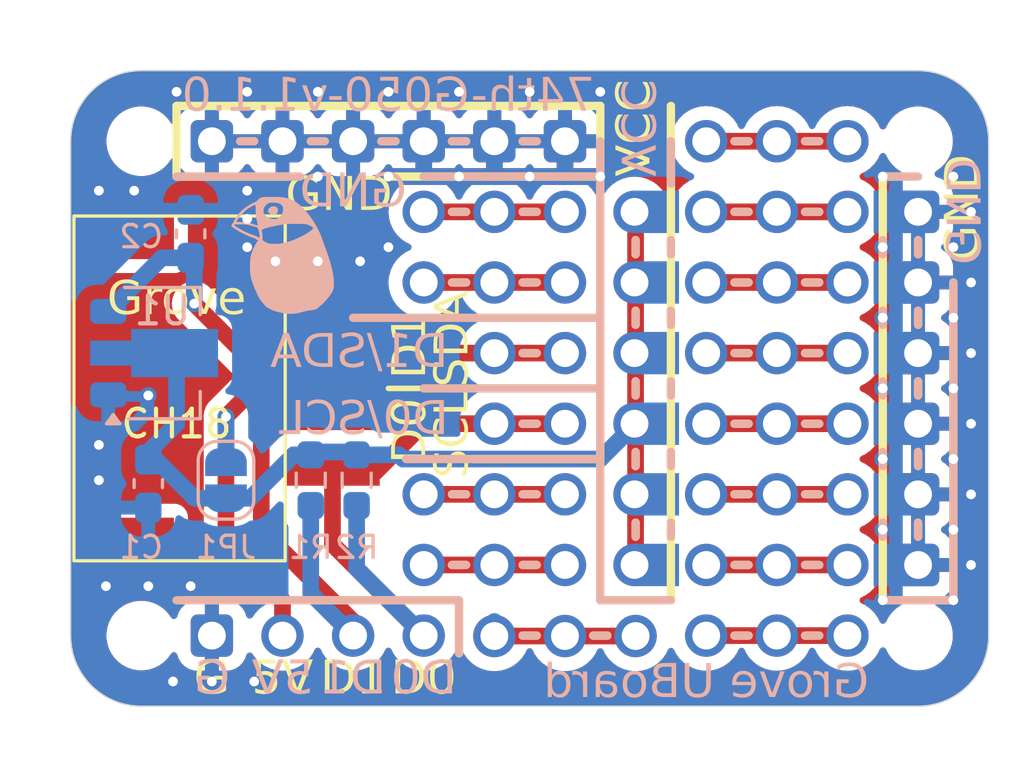
<source format=kicad_pcb>
(kicad_pcb (version 20240108) (generator "pcbnew") (generator_version "8.0")
  (title_block (title "Grove Universal Board") (rev "v1.1.0") (company "Atsushi Morimoto (@74th)"))
  (layers (0 "F.Cu" signal) (31 "B.Cu" signal) (34 "B.Paste" user) (35 "F.Paste" user) (36 "B.SilkS" user "B.Silkscreen") (37 "F.SilkS" user "F.Silkscreen") (38 "B.Mask" user) (39 "F.Mask" user) (44 "Edge.Cuts" user))
  (net 0 "")
  (net 1 "VCC")
  (net 2 "/D0{slash}SCL")
  (net 3 "/D1{slash}SDA")
  (net 4 "GND")
  (net 5 "Net-(CH8-Pad1)")
  (net 6 "Net-(CH10-Pad1)")
  (net 7 "Net-(CH11-Pad1)")
  (net 8 "unconnected-(CH9-Pad1)")
  (net 9 "Net-(CH13-Pad1)")
  (net 10 "Net-(CH14-Pad1)")
  (net 11 "Net-(CH16-Pad1)")
  (net 12 "Net-(CH17-Pad1)")
  (net 13 "Net-(CH18-Pad1)")
  (net 14 "Net-(CH19-Pad1)")
  (net 15 "+5V")
  (net 16 "Net-(CH20-Pad1)")
  (net 17 "Net-(CH21-Pad1)")
  (net 18 "unconnected-(CH15-Pad1)")
  (footprint "74th:PinOut_Pin_3" (layer "F.Cu") (at 101.6 76.2)
    (property "Reference" "CH13" (hide yes))
    (property "Value" "Pin_1" (hide yes))
    (pad "1" thru_hole circle (at 0 0) (size 1.524 1.524) (drill 1) (layers "*.Cu" "*.Mask") (net 7 "Net-(CH11-Pad1)"))
    (pad "2" thru_hole circle (at 2.54 0) (size 1.524 1.524) (drill 1) (layers "*.Cu" "*.Mask") (net 7 "Net-(CH11-Pad1)"))
    (pad "3" thru_hole circle (at 5.08 0) (size 1.524 1.524) (drill 1) (layers "*.Cu" "*.Mask") (net 7 "Net-(CH11-Pad1)"))
  )
  (footprint "74th:PinOut_Pin_3_Square" (layer "F.Cu") (at 101.6 60.96)
    (property "Reference" "CH17" (hide yes))
    (property "Value" "Pin_1" (hide yes))
    (pad "1" thru_hole roundrect (at 0 0) (size 1.524 1.524) (drill 1) (layers "*.Cu" "*.Mask") (roundrect_rratio 0.1640419948) (net 4 "GND"))
    (pad "2" thru_hole roundrect (at 2.54 0) (size 1.524 1.524) (drill 1) (layers "*.Cu" "*.Mask") (roundrect_rratio 0.1640419948) (net 4 "GND"))
    (pad "3" thru_hole roundrect (at 5.08 0) (size 1.524 1.524) (drill 1) (layers "*.Cu" "*.Mask") (roundrect_rratio 0.1640419948) (net 4 "GND"))
  )
  (footprint "74th:PinOut_Pin_3" (layer "F.Cu") (at 101.6 73.66)
    (property "Reference" "CH14" (hide yes))
    (property "Value" "Pin_1" (hide yes))
    (pad "1" thru_hole circle (at 0 0) (size 1.524 1.524) (drill 1) (layers "*.Cu" "*.Mask") (net 6 "Net-(CH10-Pad1)"))
    (pad "2" thru_hole circle (at 2.54 0) (size 1.524 1.524) (drill 1) (layers "*.Cu" "*.Mask") (net 6 "Net-(CH10-Pad1)"))
    (pad "3" thru_hole circle (at 5.08 0) (size 1.524 1.524) (drill 1) (layers "*.Cu" "*.Mask") (net 6 "Net-(CH10-Pad1)"))
  )
  (footprint "74th:PinOut_Pin_3" (layer "F.Cu") (at 111.76 66.04)
    (property "Reference" "CH6" (hide yes))
    (property "Value" "Pin_1" (hide yes))
    (pad "1" thru_hole circle (at 0 0) (size 1.524 1.524) (drill 1) (layers "*.Cu" "*.Mask") (net 18 "unconnected-(CH15-Pad1)"))
    (pad "2" thru_hole circle (at 2.54 0) (size 1.524 1.524) (drill 1) (layers "*.Cu" "*.Mask") (net 18 "unconnected-(CH15-Pad1)"))
    (pad "3" thru_hole circle (at 5.08 0) (size 1.524 1.524) (drill 1) (layers "*.Cu" "*.Mask") (net 18 "unconnected-(CH15-Pad1)"))
  )
  (footprint "74th:PinOut_Pin_3" (layer "F.Cu") (at 111.76 73.66)
    (property "Reference" "CH3" (hide yes))
    (property "Value" "Pin_1" (hide yes))
    (pad "1" thru_hole circle (at 0 0) (size 1.524 1.524) (drill 1) (layers "*.Cu" "*.Mask") (net 13 "Net-(CH18-Pad1)"))
    (pad "2" thru_hole circle (at 2.54 0) (size 1.524 1.524) (drill 1) (layers "*.Cu" "*.Mask") (net 13 "Net-(CH18-Pad1)"))
    (pad "3" thru_hole circle (at 5.08 0) (size 1.524 1.524) (drill 1) (layers "*.Cu" "*.Mask") (net 13 "Net-(CH18-Pad1)"))
  )
  (footprint "74th:Hole_M2_2.0" (layer "F.Cu") (at 119.38 78.74)
    (property "Reference" "M1" (hide yes))
    (property "Value" "Hole_M2_2.0" (hide yes))
    (pad "" np_thru_hole circle (at 0 0) (size 2 2) (drill 2) (layers "F&B.Cu" "*.Mask"))
  )
  (footprint "74th:PinOut_Pin_3" (layer "F.Cu") (at 111.76 68.58)
    (property "Reference" "CH5" (hide yes))
    (property "Value" "Pin_1" (hide yes))
    (pad "1" thru_hole circle (at 0 0) (size 1.524 1.524) (drill 1) (layers "*.Cu" "*.Mask") (net 11 "Net-(CH16-Pad1)"))
    (pad "2" thru_hole circle (at 2.54 0) (size 1.524 1.524) (drill 1) (layers "*.Cu" "*.Mask") (net 11 "Net-(CH16-Pad1)"))
    (pad "3" thru_hole circle (at 5.08 0) (size 1.524 1.524) (drill 1) (layers "*.Cu" "*.Mask") (net 11 "Net-(CH16-Pad1)"))
  )
  (footprint "74th:Hole_M2_2.0" (layer "F.Cu") (at 91.44 78.74)
    (property "Reference" "M3" (hide yes))
    (property "Value" "Hole_M2_2.0" (hide yes))
    (pad "" np_thru_hole circle (at 0 0) (size 2 2) (drill 2) (layers "F&B.Cu" "*.Mask"))
  )
  (footprint "74th:Hole_M2_2.0" (layer "F.Cu") (at 119.38 60.96)
    (property "Reference" "M2" (hide yes))
    (property "Value" "Hole_M2_2.0" (hide yes))
    (pad "" np_thru_hole circle (at 0 0) (size 2 2) (drill 2) (layers "F&B.Cu" "*.Mask"))
  )
  (footprint "74th:PinOut_Pin_3" (layer "F.Cu") (at 111.76 76.2)
    (property "Reference" "CH2" (hide yes))
    (property "Value" "Pin_1" (hide yes))
    (pad "1" thru_hole circle (at 0 0) (size 1.524 1.524) (drill 1) (layers "*.Cu" "*.Mask") (net 14 "Net-(CH19-Pad1)"))
    (pad "2" thru_hole circle (at 2.54 0) (size 1.524 1.524) (drill 1) (layers "*.Cu" "*.Mask") (net 14 "Net-(CH19-Pad1)"))
    (pad "3" thru_hole circle (at 5.08 0) (size 1.524 1.524) (drill 1) (layers "*.Cu" "*.Mask") (net 14 "Net-(CH19-Pad1)"))
  )
  (footprint "74th:PinOut_Pin_3_Square" (layer "F.Cu") (at 93.98 60.96)
    (property "Reference" "CH19" (hide yes))
    (property "Value" "Pin_1" (hide yes))
    (pad "1" thru_hole roundrect (at 0 0) (size 1.524 1.524) (drill 1) (layers "*.Cu" "*.Mask") (roundrect_rratio 0.1640419948) (net 4 "GND"))
    (pad "2" thru_hole roundrect (at 2.54 0) (size 1.524 1.524) (drill 1) (layers "*.Cu" "*.Mask") (roundrect_rratio 0.1640419948) (net 4 "GND"))
    (pad "3" thru_hole roundrect (at 5.08 0) (size 1.524 1.524) (drill 1) (layers "*.Cu" "*.Mask") (roundrect_rratio 0.1640419948) (net 4 "GND"))
  )
  (footprint "74th:PinOut_Pin_3" (layer "F.Cu") (at 111.76 78.74)
    (property "Reference" "CH1" (hide yes))
    (property "Value" "Pin_1" (hide yes))
    (pad "1" thru_hole circle (at 0 0) (size 1.524 1.524) (drill 1) (layers "*.Cu" "*.Mask") (net 16 "Net-(CH20-Pad1)"))
    (pad "2" thru_hole circle (at 2.54 0) (size 1.524 1.524) (drill 1) (layers "*.Cu" "*.Mask") (net 16 "Net-(CH20-Pad1)"))
    (pad "3" thru_hole circle (at 5.08 0) (size 1.524 1.524) (drill 1) (layers "*.Cu" "*.Mask") (net 16 "Net-(CH20-Pad1)"))
  )
  (footprint "74th:Connector_HY-2.0_SMD_4Pin" (layer "F.Cu") (at 98.318 69.85 -90)
    (property "Reference" "CH18" (at 1.27 5.608 0) (layer "F.SilkS"))
    (property "Value" "Grove" (at -3.175 5.608 0) (layer "F.SilkS") (effects (font (size 1.2 1.2))))
    (pad "" smd rect (at -5.4 7.5 90) (size 1.5 3.6) (layers "F.Cu" "F.Paste" "F.Mask"))
    (pad "" smd rect (at 5.4 7.5 90) (size 1.5 3.6) (layers "F.Cu" "F.Paste" "F.Mask"))
    (pad "1" smd rect (at 3 0 90) (size 1 3.4) (layers "F.Cu" "F.Paste" "F.Mask") (net 2 "/D0{slash}SCL"))
    (pad "2" smd rect (at 1 0 90) (size 1 3.4) (layers "F.Cu" "F.Paste" "F.Mask") (net 3 "/D1{slash}SDA"))
    (pad "3" smd rect (at -1 0 90) (size 1 3.4) (layers "F.Cu" "F.Paste" "F.Mask") (net 15 "+5V"))
    (pad "4" smd rect (at -3 0 90) (size 1 3.4) (layers "F.Cu" "F.Paste" "F.Mask") (net 4 "GND"))
  )
  (footprint "74th:PinOut_Pin_2" (layer "F.Cu") (at 104.14 71.12)
    (property "Reference" "CH10" (hide yes))
    (property "Value" "Pin_1")
    (pad "1" thru_hole circle (at 0 0) (size 1.524 1.524) (drill 1) (layers "*.Cu" "*.Mask") (net 2 "/D0{slash}SCL"))
    (pad "2" thru_hole circle (at 2.54 0) (size 1.524 1.524) (drill 1) (layers "*.Cu" "*.Mask") (net 2 "/D0{slash}SCL"))
  )
  (footprint "74th:PinOut_Pin_4_GND" (layer "F.Cu") (at 101.6 78.74 180)
    (property "Reference" "CH12" (hide yes))
    (property "Value" "Pin_1" (hide yes))
    (pad "1" thru_hole circle (at 0 0 180) (size 1.524 1.524) (drill 1) (layers "*.Cu" "*.Mask") (net 2 "/D0{slash}SCL"))
    (pad "2" thru_hole circle (at 2.54 0 180) (size 1.524 1.524) (drill 1) (layers "*.Cu" "*.Mask") (net 3 "/D1{slash}SDA"))
    (pad "3" thru_hole circle (at 5.08 0 180) (size 1.524 1.524) (drill 1) (layers "*.Cu" "*.Mask") (net 15 "+5V"))
    (pad "4" thru_hole roundrect (at 7.62 0 180) (size 1.524 1.524) (drill 1) (layers "*.Cu" "*.Mask") (roundrect_rratio 0.1640419948) (net 4 "GND"))
  )
  (footprint "74th:PinOut_Pin_3" (layer "F.Cu") (at 111.76 63.5)
    (property "Reference" "CH7" (hide yes))
    (property "Value" "Pin_1" (hide yes))
    (pad "1" thru_hole circle (at 0 0) (size 1.524 1.524) (drill 1) (layers "*.Cu" "*.Mask") (net 10 "Net-(CH14-Pad1)"))
    (pad "2" thru_hole circle (at 2.54 0) (size 1.524 1.524) (drill 1) (layers "*.Cu" "*.Mask") (net 10 "Net-(CH14-Pad1)"))
    (pad "3" thru_hole circle (at 5.08 0) (size 1.524 1.524) (drill 1) (layers "*.Cu" "*.Mask") (net 10 "Net-(CH14-Pad1)"))
  )
  (footprint "74th:PinOut_Pin_3" (layer "F.Cu") (at 104.14 78.756)
    (property "Reference" "CH9" (hide yes))
    (property "Value" "Pin_1" (hide yes))
    (pad "1" thru_hole circle (at 0 0) (size 1.524 1.524) (drill 1) (layers "*.Cu" "*.Mask") (net 9 "Net-(CH13-Pad1)"))
    (pad "2" thru_hole circle (at 2.54 0) (size 1.524 1.524) (drill 1) (layers "*.Cu" "*.Mask") (net 9 "Net-(CH13-Pad1)"))
    (pad "3" thru_hole circle (at 5.08 0) (size 1.524 1.524) (drill 1) (layers "*.Cu" "*.Mask") (net 9 "Net-(CH13-Pad1)"))
  )
  (footprint "74th:PinOut_Pin_3" (layer "F.Cu") (at 101.6 66.04)
    (property "Reference" "CH15" (hide yes))
    (property "Value" "Pin_1" (hide yes))
    (pad "1" thru_hole circle (at 0 0) (size 1.524 1.524) (drill 1) (layers "*.Cu" "*.Mask") (net 8 "unconnected-(CH9-Pad1)"))
    (pad "2" thru_hole circle (at 2.54 0) (size 1.524 1.524) (drill 1) (layers "*.Cu" "*.Mask") (net 8 "unconnected-(CH9-Pad1)"))
    (pad "3" thru_hole circle (at 5.08 0) (size 1.524 1.524) (drill 1) (layers "*.Cu" "*.Mask") (net 8 "unconnected-(CH9-Pad1)"))
  )
  (footprint "74th:PinOut_Pin_3" (layer "F.Cu") (at 111.76 60.96)
    (property "Reference" "CH8" (hide yes))
    (property "Value" "Pin_1" (hide yes))
    (pad "1" thru_hole circle (at 0 0) (size 1.524 1.524) (drill 1) (layers "*.Cu" "*.Mask") (net 17 "Net-(CH21-Pad1)"))
    (pad "2" thru_hole circle (at 2.54 0) (size 1.524 1.524) (drill 1) (layers "*.Cu" "*.Mask") (net 17 "Net-(CH21-Pad1)"))
    (pad "3" thru_hole circle (at 5.08 0) (size 1.524 1.524) (drill 1) (layers "*.Cu" "*.Mask") (net 17 "Net-(CH21-Pad1)"))
  )
  (footprint "74th:PinOut_Pin_3" (layer "F.Cu") (at 111.76 71.12)
    (property "Reference" "CH4" (hide yes))
    (property "Value" "Pin_1" (hide yes))
    (pad "1" thru_hole circle (at 0 0) (size 1.524 1.524) (drill 1) (layers "*.Cu" "*.Mask") (net 12 "Net-(CH17-Pad1)"))
    (pad "2" thru_hole circle (at 2.54 0) (size 1.524 1.524) (drill 1) (layers "*.Cu" "*.Mask") (net 12 "Net-(CH17-Pad1)"))
    (pad "3" thru_hole circle (at 5.08 0) (size 1.524 1.524) (drill 1) (layers "*.Cu" "*.Mask") (net 12 "Net-(CH17-Pad1)"))
  )
  (footprint "74th:Hole_M2_2.0" (layer "F.Cu") (at 91.44 60.96)
    (property "Reference" "M4" (hide yes))
    (property "Value" "Hole_M2_2.0" (hide yes))
    (pad "" np_thru_hole circle (at 0 0) (size 2 2) (drill 2) (layers "F&B.Cu" "*.Mask"))
  )
  (footprint "74th:PinOut_Pin_2" (layer "F.Cu") (at 104.14 68.58)
    (property "Reference" "CH11" (hide yes))
    (property "Value" "Pin_1")
    (pad "1" thru_hole circle (at 0 0) (size 1.524 1.524) (drill 1) (layers "*.Cu" "*.Mask") (net 3 "/D1{slash}SDA"))
    (pad "2" thru_hole circle (at 2.54 0) (size 1.524 1.524) (drill 1) (layers "*.Cu" "*.Mask") (net 3 "/D1{slash}SDA"))
  )
  (footprint "74th:PinOut_Pin_3" (layer "F.Cu") (at 101.6 63.5)
    (property "Reference" "CH16" (hide yes))
    (property "Value" "Pin_1" (hide yes))
    (pad "1" thru_hole circle (at 0 0) (size 1.524 1.524) (drill 1) (layers "*.Cu" "*.Mask") (net 5 "Net-(CH8-Pad1)"))
    (pad "2" thru_hole circle (at 2.54 0) (size 1.524 1.524) (drill 1) (layers "*.Cu" "*.Mask") (net 5 "Net-(CH8-Pad1)"))
    (pad "3" thru_hole circle (at 5.08 0) (size 1.524 1.524) (drill 1) (layers "*.Cu" "*.Mask") (net 5 "Net-(CH8-Pad1)"))
  )
  (footprint "74th:Capacitor_0603_1608" (layer "B.Cu") (at 93.218 64.389 90)
    (property "Reference" "C2" (at 0 -1.778 0) (layer "B.SilkS") (effects (font (size 0.8 0.8) (thickness 0.12)) (justify mirror)))
    (property "Value" "10u" (hide yes))
    (pad "1" smd roundrect (at -0.7625 0 90) (size 1.075 0.95) (layers "B.Cu" "B.Paste" "B.Mask") (net 15 "+5V"))
    (pad "2" smd roundrect (at 0.9625 0 90) (size 1.075 0.95) (layers "B.Cu" "B.Paste" "B.Mask") (net 4 "GND"))
  )
  (footprint "74th:Register_0603_1608" (layer "B.Cu") (at 97.536 73.152 -90)
    (property "Reference" "R1" (at 2.413 0 0) (layer "B.SilkS") (effects (font (size 0.8 0.8) (thickness 0.12)) (justify mirror)))
    (property "Value" "1k" (hide yes))
    (pad "1" smd roundrect (at -0.9125 0 270) (size 0.975 0.95) (layers "B.Cu" "B.Paste" "B.Mask") (net 1 "VCC"))
    (pad "2" smd roundrect (at 0.9125 0 270) (size 0.975 0.95) (layers "B.Cu" "B.Paste" "B.Mask") (net 3 "/D1{slash}SDA"))
  )
  (footprint "74th:PinOut_Universal-Board_bridge6_with-Jumper" (layer "B.Cu") (at 109.182 76.2 90)
    (property "Reference" "CH20" (hide yes))
    (property "Value" "Pin_1" (hide yes))
    (pad "1" thru_hole circle (at 0 0 90) (size 1.524 1.524) (drill 1) (layers "*.Cu" "*.Mask") (net 1 "VCC"))
    (pad "1" smd rect (at 0 0.8 90) (size 1.524 1.6) (layers "B.Cu" "B.Paste" "B.Mask") (net 1 "VCC"))
    (pad "2" thru_hole circle (at 2.54 0 90) (size 1.524 1.524) (drill 1) (layers "*.Cu" "*.Mask") (net 1 "VCC"))
    (pad "2" smd rect (at 2.54 0.8 90) (size 1.524 1.6) (layers "B.Cu" "B.Paste" "B.Mask") (net 1 "VCC"))
    (pad "3" thru_hole circle (at 5.08 0 90) (size 1.524 1.524) (drill 1) (layers "*.Cu" "*.Mask") (net 1 "VCC"))
    (pad "3" smd rect (at 5.08 0.8 90) (size 1.524 1.6) (layers "B.Cu" "B.Paste" "B.Mask") (net 1 "VCC"))
    (pad "4" thru_hole circle (at 7.62 0 90) (size 1.524 1.524) (drill 1) (layers "*.Cu" "*.Mask") (net 1 "VCC"))
    (pad "4" smd rect (at 7.62 0.8 90) (size 1.524 1.6) (layers "B.Cu" "B.Paste" "B.Mask") (net 1 "VCC"))
    (pad "5" thru_hole circle (at 10.16 0 90) (size 1.524 1.524) (drill 1) (layers "*.Cu" "*.Mask") (net 1 "VCC"))
    (pad "5" smd rect (at 10.16 0.8 90) (size 1.524 1.6) (layers "B.Cu" "B.Paste" "B.Mask") (net 1 "VCC"))
    (pad "6" thru_hole circle (at 12.7 0 90) (size 1.524 1.524) (drill 1) (layers "*.Cu" "*.Mask") (net 1 "VCC"))
    (pad "6" smd rect (at 12.7 0.8 90) (size 1.524 1.6) (layers "B.Cu" "B.Paste" "B.Mask") (net 1 "VCC"))
  )
  (footprint "74th:SolderJumper-2" (layer "B.Cu") (at 94.488 73.152 -90)
    (property "Reference" "JP1" (at 2.413 0 180) (layer "B.SilkS") (effects (font (size 0.8 0.8) (thickness 0.12)) (justify mirror)))
    (property "Value" "Jumper_2_Open")
    (pad "1" smd custom (at -0.65 0 270) (size 1 0.5) (layers "B.Cu" "B.Mask") (net 15 "+5V") (options (clearance outline) (anchor rect)) (primitives (gr_circle (center 0 -0.25) (end 0.5 -0.25) (width 0) (fill yes)) (gr_circle (center 0 0.25) (end 0.5 0.25) (width 0) (fill yes)) (gr_poly (pts (xy 0.5 -0.75) (xy 0 -0.75) (xy 0 0.75) (xy 0.5 0.75)) (width 0) (fill yes))))
    (pad "2" smd custom (at 0.65 0 270) (size 1 0.5) (layers "B.Cu" "B.Mask") (net 1 "VCC") (options (clearance outline) (anchor rect)) (primitives (gr_circle (center 0 -0.25) (end 0.5 -0.25) (width 0) (fill yes)) (gr_circle (center 0 0.25) (end 0.5 0.25) (width 0) (fill yes)) (gr_poly (pts (xy 0 -0.75) (xy -0.5 -0.75) (xy -0.5 0.75) (xy 0 0.75)) (width 0) (fill yes))))
  )
  (footprint "74th:Logo_74th_5mm" (layer "B.Cu") (at 96.654385 65.278 180)
    (property "Reference" "MISC-ICON" (hide yes))
    (property "Value" "LOGO" (hide yes))
  )
  (footprint "74th:Capacitor_0603_1608" (layer "B.Cu") (at 91.694 73.1735 -90)
    (property "Reference" "C1" (at 2.3915 0.254 180) (layer "B.SilkS") (effects (font (size 0.8 0.8) (thickness 0.12)) (justify mirror)))
    (property "Value" "10u" (hide yes))
    (pad "1" smd roundrect (at -0.7625 0 270) (size 1.075 0.95) (layers "B.Cu" "B.Paste" "B.Mask") (net 1 "VCC"))
    (pad "2" smd roundrect (at 0.9625 0 270) (size 1.075 0.95) (layers "B.Cu" "B.Paste" "B.Mask") (net 4 "GND"))
  )
  (footprint "74th:Register_0603_1608" (layer "B.Cu") (at 99.187 73.152 -90)
    (property "Reference" "R2" (at 2.413 0 0) (layer "B.SilkS") (effects (font (size 0.8 0.8) (thickness 0.12)) (justify mirror)))
    (property "Value" "1k" (hide yes))
    (pad "1" smd roundrect (at -0.9125 0 270) (size 0.975 0.95) (layers "B.Cu" "B.Paste" "B.Mask") (net 1 "VCC"))
    (pad "2" smd roundrect (at 0.9125 0 270) (size 0.975 0.95) (layers "B.Cu" "B.Paste" "B.Mask") (net 2 "/D0{slash}SCL"))
  )
  (footprint "74th:PinOut_Universal-Board_bridge6_with-Jumper_Square" (layer "B.Cu") (at 119.38 63.5 -90)
    (property "Reference" "CH21" (hide yes))
    (property "Value" "Pin_1" (hide yes))
    (pad "1" thru_hole roundrect (at 0 0 270) (size 1.524 1.524) (drill 1) (layers "*.Cu" "*.Mask") (roundrect_rratio 0.1640419948) (net 4 "GND"))
    (pad "1" smd rect (at 0 0.8 270) (size 1.524 1.6) (layers "B.Cu" "B.Paste" "B.Mask") (net 4 "GND"))
    (pad "2" thru_hole roundrect (at 2.54 0 270) (size 1.524 1.524) (drill 1) (layers "*.Cu" "*.Mask") (roundrect_rratio 0.1640419948) (net 4 "GND"))
    (pad "2" smd rect (at 2.54 0.8 270) (size 1.524 1.6) (layers "B.Cu" "B.Paste" "B.Mask") (net 4 "GND"))
    (pad "3" thru_hole roundrect (at 5.08 0 270) (size 1.524 1.524) (drill 1) (layers "*.Cu" "*.Mask") (roundrect_rratio 0.1640419948) (net 4 "GND"))
    (pad "3" smd rect (at 5.08 0.8 270) (size 1.524 1.6) (layers "B.Cu" "B.Paste" "B.Mask") (net 4 "GND"))
    (pad "4" thru_hole roundrect (at 7.62 0 270) (size 1.524 1.524) (drill 1) (layers "*.Cu" "*.Mask") (roundrect_rratio 0.1640419948) (net 4 "GND"))
    (pad "4" smd rect (at 7.62 0.8 270) (size 1.524 1.6) (layers "B.Cu" "B.Paste" "B.Mask") (net 4 "GND"))
    (pad "5" thru_hole roundrect (at 10.16 0 270) (size 1.524 1.524) (drill 1) (layers "*.Cu" "*.Mask") (roundrect_rratio 0.1640419948) (net 4 "GND"))
    (pad "5" smd rect (at 10.16 0.8 270) (size 1.524 1.6) (layers "B.Cu" "B.Paste" "B.Mask") (net 4 "GND"))
    (pad "6" thru_hole roundrect (at 12.7 0 270) (size 1.524 1.524) (drill 1) (layers "*.Cu" "*.Mask") (roundrect_rratio 0.1640419948) (net 4 "GND"))
    (pad "6" smd rect (at 12.7 0.8 270) (size 1.524 1.6) (layers "B.Cu" "B.Paste" "B.Mask") (net 4 "GND"))
  )
  (footprint "Package_TO_SOT_SMD:SOT-89-3" (layer "B.Cu") (at 92.202 68.58)
    (property "Reference" "U1" (at 0 -1.524 0) (layer "B.SilkS") (effects (justify mirror)))
    (property "Value" "AMS1117")
    (pad "1" smd roundrect (at -1.95 1.5) (size 1.3 0.9) (layers "B.Cu" "B.Paste" "B.Mask") (net 4 "GND"))
    (pad "2" smd custom (at -1.8625 0) (size 1.475 0.9) (layers "B.Cu" "B.Paste" "B.Mask") (net 1 "VCC") (options (clearance outline) (anchor rect)) (primitives (gr_poly (pts (xy 3.8625 -0.8665) (xy 0.7375 -0.8665) (xy 0.7375 0.8665) (xy 3.8625 0.8665)) (width 0) (fill yes))))
    (pad "3" smd roundrect (at -1.95 -1.5) (size 1.3 0.9) (layers "B.Cu" "B.Paste" "B.Mask") (net 15 "+5V"))
  )
  (gr_line (start 107.696 78.74) (end 108.204 78.74) (stroke (width 0.3)) (layer "B.SilkS"))
  (gr_line (start 119.38 67.056) (end 119.38 67.564) (stroke (width 0.3)) (layer "B.SilkS"))
  (gr_line (start 109.22 67.056) (end 109.22 67.564) (stroke (width 0.3)) (layer "B.SilkS"))
  (gr_line (start 110.49 69.596) (end 110.49 70.104) (stroke (width 0.3)) (layer "B.SilkS"))
  (gr_line (start 102.87 79.375) (end 102.87 77.47) (stroke (width 0.3)) (layer "B.SilkS"))
  (gr_line (start 101.6 62.23) (end 107.95 62.23) (stroke (width 0.3)) (layer "B.SilkS"))
  (gr_line (start 119.38 74.676) (end 119.38 75.184) (stroke (width 0.3)) (layer "B.SilkS"))
  (gr_line (start 105.156 71.12) (end 105.664 71.12) (stroke (width 0.3)) (layer "B.SilkS"))
  (gr_line (start 110.49 72.136) (end 110.49 72.644) (stroke (width 0.3)) (layer "B.SilkS"))
  (gr_line (start 115.316 71.12) (end 115.824 71.12) (stroke (width 0.3)) (layer "B.SilkS"))
  (gr_line (start 110.49 60.96) (end 110.49 62.484) (stroke (width 0.3)) (layer "B.SilkS"))
  (gr_line (start 107.95 69.85) (end 101.6 69.85) (stroke (width 0.3)) (layer "B.SilkS"))
  (gr_line (start 102.616 76.2) (end 103.124 76.2) (stroke (width 0.3)) (layer "B.SilkS"))
  (gr_line (start 105.156 63.5) (end 105.664 63.5) (stroke (width 0.3)) (layer "B.SilkS"))
  (gr_line (start 118.11 77.47) (end 120.65 77.47) (stroke (width 0.3)) (layer "B.SilkS"))
  (gr_line (start 110.49 74.676) (end 110.49 75.184) (stroke (width 0.3)) (layer "B.SilkS"))
  (gr_line (start 120.65 77.47) (end 120.65 66.04) (stroke (width 0.3)) (layer "B.SilkS"))
  (gr_line (start 102.616 63.5) (end 103.124 63.5) (stroke (width 0.3)) (layer "B.SilkS"))
  (gr_line (start 105.156 73.66) (end 105.664 73.66) (stroke (width 0.3)) (layer "B.SilkS"))
  (gr_line (start 115.316 60.96) (end 115.824 60.96) (stroke (width 0.3)) (layer "B.SilkS"))
  (gr_line (start 105.156 78.74) (end 105.664 78.74) (stroke (width 0.3)) (layer "B.SilkS"))
  (gr_line (start 100.076 60.96) (end 100.584 60.96) (stroke (width 0.3)) (layer "B.SilkS"))
  (gr_line (start 115.316 73.66) (end 115.824 73.66) (stroke (width 0.3)) (layer "B.SilkS"))
  (gr_line (start 118.11 67.056) (end 118.11 67.564) (stroke (width 0.3)) (layer "B.SilkS"))
  (gr_line (start 109.22 69.596) (end 109.22 70.104) (stroke (width 0.3)) (layer "B.SilkS"))
  (gr_line (start 118.11 69.596) (end 118.11 70.104) (stroke (width 0.3)) (layer "B.SilkS"))
  (gr_line (start 97.536 60.96) (end 98.044 60.96) (stroke (width 0.3)) (layer "B.SilkS"))
  (gr_line (start 112.776 60.96) (end 113.284 60.96) (stroke (width 0.3)) (layer "B.SilkS"))
  (gr_line (start 105.156 76.2) (end 105.664 76.2) (stroke (width 0.3)) (layer "B.SilkS"))
  (gr_line (start 118.11 62.23) (end 119.38 62.23) (stroke (width 0.3)) (layer "B.SilkS"))
  (gr_line (start 109.22 64.516) (end 109.22 65.024) (stroke (width 0.3)) (layer "B.SilkS"))
  (gr_line (start 105.156 66.04) (end 105.664 66.04) (stroke (width 0.3)) (layer "B.SilkS"))
  (gr_line (start 119.38 64.516) (end 119.38 65.024) (stroke (width 0.3)) (layer "B.SilkS"))
  (gr_line (start 97.155 62.23) (end 92.71 62.23) (stroke (width 0.3)) (layer "B.SilkS"))
  (gr_line (start 94.996 60.96) (end 95.504 60.96) (stroke (width 0.3)) (layer "B.SilkS"))
  (gr_line (start 102.616 60.96) (end 103.124 60.96) (stroke (width 0.3)) (layer "B.SilkS"))
  (gr_line (start 119.38 72.136) (end 119.38 72.644) (stroke (width 0.3)) (layer "B.SilkS"))
  (gr_line (start 105.156 68.58) (end 105.664 68.58) (stroke (width 0.3)) (layer "B.SilkS"))
  (gr_line (start 115.316 78.74) (end 115.824 78.74) (stroke (width 0.3)) (layer "B.SilkS"))
  (gr_line (start 102.616 66.04) (end 103.124 66.04) (stroke (width 0.3)) (layer "B.SilkS"))
  (gr_line (start 112.776 71.12) (end 113.284 71.12) (stroke (width 0.3)) (layer "B.SilkS"))
  (gr_line (start 119.38 69.596) (end 119.38 70.104) (stroke (width 0.3)) (layer "B.SilkS"))
  (gr_line (start 92.71 77.47) (end 102.87 77.47) (stroke (width 0.3)) (layer "B.SilkS"))
  (gr_line (start 118.11 72.136) (end 118.11 72.644) (stroke (width 0.3)) (layer "B.SilkS"))
  (gr_line (start 112.776 78.74) (end 113.284 78.74) (stroke (width 0.3)) (layer "B.SilkS"))
  (gr_line (start 102.616 73.66) (end 103.124 73.66) (stroke (width 0.3)) (layer "B.SilkS"))
  (gr_line (start 107.95 77.47) (end 110.49 77.47) (stroke (width 0.3)) (layer "B.SilkS"))
  (gr_line (start 115.316 66.04) (end 115.824 66.04) (stroke (width 0.3)) (layer "B.SilkS"))
  (gr_line (start 110.49 77.47) (end 110.49 77.47) (stroke (width 0.3)) (layer "B.SilkS"))
  (gr_line (start 105.156 60.96) (end 105.664 60.96) (stroke (width 0.3)) (layer "B.SilkS"))
  (gr_line (start 112.776 68.58) (end 113.284 68.58) (stroke (width 0.3)) (layer "B.SilkS"))
  (gr_line (start 107.95 67.31) (end 99.06 67.31) (stroke (width 0.3)) (layer "B.SilkS"))
  (gr_line (start 118.11 74.676) (end 118.11 75.184) (stroke (width 0.3)) (layer "B.SilkS"))
  (gr_line (start 112.776 66.04) (end 113.284 66.04) (stroke (width 0.3)) (layer "B.SilkS"))
  (gr_line (start 115.316 68.58) (end 115.824 68.58) (stroke (width 0.3)) (layer "B.SilkS"))
  (gr_line (start 109.22 72.136) (end 109.22 72.644) (stroke (width 0.3)) (layer "B.SilkS"))
  (gr_line (start 110.49 67.056) (end 110.49 67.564) (stroke (width 0.3)) (layer "B.SilkS"))
  (gr_line (start 118.11 64.516) (end 118.11 65.024) (stroke (width 0.3)) (layer "B.SilkS"))
  (gr_line (start 107.95 77.47) (end 107.95 60.96) (stroke (width 0.3)) (layer "B.SilkS"))
  (gr_line (start 115.316 63.5) (end 115.824 63.5) (stroke (width 0.3)) (layer "B.SilkS"))
  (gr_line (start 109.22 74.676) (end 109.22 75.184) (stroke (width 0.3)) (layer "B.SilkS"))
  (gr_line (start 112.776 73.66) (end 113.284 73.66) (stroke (width 0.3)) (layer "B.SilkS"))
  (gr_line (start 110.49 64.516) (end 110.49 65.024) (stroke (width 0.3)) (layer "B.SilkS"))
  (gr_line (start 112.776 63.5) (end 113.284 63.5) (stroke (width 0.3)) (layer "B.SilkS"))
  (gr_line (start 107.95 72.39) (end 100.965 72.39) (stroke (width 0.3)) (layer "B.SilkS"))
  (gr_line (start 115.316 76.2) (end 115.824 76.2) (stroke (width 0.3)) (layer "B.SilkS"))
  (gr_line (start 112.776 76.2) (end 113.284 76.2) (stroke (width 0.3)) (layer "B.SilkS"))
  (gr_line (start 92.71 59.69) (end 92.71 62.23) (stroke (width 0.3)) (layer "F.SilkS"))
  (gr_line (start 119.38 70.104) (end 119.38 69.596) (stroke (width 0.3)) (layer "F.SilkS"))
  (gr_line (start 110.49 77.47) (end 107.95 77.47) (stroke (width 0.3)) (layer "F.SilkS"))
  (gr_line (start 110.49 59.69) (end 110.49 77.47) (stroke (width 0.3)) (layer "F.SilkS"))
  (gr_line (start 100.076 60.96) (end 100.584 60.96) (stroke (width 0.3)) (layer "F.SilkS"))
  (gr_line (start 107.95 62.23) (end 100.33 62.23) (stroke (width 0.3)) (layer "F.SilkS"))
  (gr_line (start 109.22 65.024) (end 109.22 64.516) (stroke (width 0.3)) (layer "F.SilkS"))
  (gr_line (start 112.776 73.66) (end 113.284 73.66) (stroke (width 0.3)) (layer "F.SilkS"))
  (gr_line (start 109.22 67.564) (end 109.22 67.056) (stroke (width 0.3)) (layer "F.SilkS"))
  (gr_line (start 102.616 66.04) (end 103.124 66.04) (stroke (width 0.3)) (layer "F.SilkS"))
  (gr_line (start 107.95 69.85) (end 100.33 69.85) (stroke (width 0.2)) (layer "F.SilkS"))
  (gr_line (start 102.616 63.5) (end 103.124 63.5) (stroke (width 0.3)) (layer "F.SilkS"))
  (gr_line (start 105.156 63.5) (end 105.664 63.5) (stroke (width 0.3)) (layer "F.SilkS"))
  (gr_line (start 115.316 68.58) (end 115.824 68.58) (stroke (width 0.3)) (layer "F.SilkS"))
  (gr_line (start 112.776 76.2) (end 113.284 76.2) (stroke (width 0.3)) (layer "F.SilkS"))
  (gr_line (start 107.696 78.74) (end 108.204 78.74) (stroke (width 0.3)) (layer "F.SilkS"))
  (gr_line (start 119.38 75.184) (end 119.38 74.676) (stroke (width 0.3)) (layer "F.SilkS"))
  (gr_line (start 102.87 77.47) (end 92.964 77.47) (stroke (width 0.3)) (layer "F.SilkS"))
  (gr_line (start 120.65 66.04) (end 120.65 77.47) (stroke (width 0.3)) (layer "F.SilkS"))
  (gr_line (start 119.38 62.23) (end 118.11 62.23) (stroke (width 0.3)) (layer "F.SilkS"))
  (gr_line (start 112.776 71.12) (end 113.284 71.12) (stroke (width 0.3)) (layer "F.SilkS"))
  (gr_line (start 105.664 68.58) (end 105.156 68.58) (stroke (width 0.3)) (layer "F.SilkS"))
  (gr_line (start 119.38 67.564) (end 119.38 67.056) (stroke (width 0.3)) (layer "F.SilkS"))
  (gr_line (start 120.65 77.47) (end 118.11 77.47) (stroke (width 0.3)) (layer "F.SilkS"))
  (gr_line (start 107.95 67.31) (end 103.505 67.31) (stroke (width 0.3)) (layer "F.SilkS"))
  (gr_line (start 105.156 78.74) (end 105.664 78.74) (stroke (width 0.3)) (layer "F.SilkS"))
  (gr_line (start 119.38 72.644) (end 119.38 72.136) (stroke (width 0.3)) (layer "F.SilkS"))
  (gr_line (start 109.22 72.644) (end 109.22 72.136) (stroke (width 0.3)) (layer "F.SilkS"))
  (gr_line (start 102.87 77.47) (end 102.87 79.375) (stroke (width 0.3)) (layer "F.SilkS"))
  (gr_line (start 107.95 72.39) (end 103.378 72.39) (stroke (width 0.3)) (layer "F.SilkS"))
  (gr_line (start 105.156 73.66) (end 105.664 73.66) (stroke (width 0.3)) (layer "F.SilkS"))
  (gr_line (start 115.316 71.12) (end 115.824 71.12) (stroke (width 0.3)) (layer "F.SilkS"))
  (gr_line (start 105.156 76.2) (end 105.664 76.2) (stroke (width 0.3)) (layer "F.SilkS"))
  (gr_line (start 115.316 73.66) (end 115.824 73.66) (stroke (width 0.3)) (layer "F.SilkS"))
  (gr_line (start 115.316 60.96) (end 115.824 60.96) (stroke (width 0.3)) (layer "F.SilkS"))
  (gr_line (start 112.776 68.58) (end 113.284 68.58) (stroke (width 0.3)) (layer "F.SilkS"))
  (gr_line (start 107.95 59.69) (end 107.95 77.47) (stroke (width 0.3)) (layer "F.SilkS"))
  (gr_line (start 107.95 59.69) (end 92.71 59.69) (stroke (width 0.3)) (layer "F.SilkS"))
  (gr_line (start 115.316 63.5) (end 115.824 63.5) (stroke (width 0.3)) (layer "F.SilkS"))
  (gr_line (start 109.22 70.104) (end 109.22 69.596) (stroke (width 0.3)) (layer "F.SilkS"))
  (gr_line (start 115.316 76.2) (end 115.824 76.2) (stroke (width 0.3)) (layer "F.SilkS"))
  (gr_line (start 102.616 76.2) (end 103.124 76.2) (stroke (width 0.3)) (layer "F.SilkS"))
  (gr_line (start 118.11 62.23) (end 118.11 77.47) (stroke (width 0.3)) (layer "F.SilkS"))
  (gr_line (start 115.316 78.74) (end 115.824 78.74) (stroke (width 0.3)) (layer "F.SilkS"))
  (gr_line (start 105.664 71.12) (end 105.156 71.12) (stroke (width 0.3)) (layer "F.SilkS"))
  (gr_line (start 96.774 62.23) (end 92.71 62.23) (stroke (width 0.3)) (layer "F.SilkS"))
  (gr_line (start 112.776 78.74) (end 113.284 78.74) (stroke (width 0.3)) (layer "F.SilkS"))
  (gr_line (start 112.776 66.04) (end 113.284 66.04) (stroke (width 0.3)) (layer "F.SilkS"))
  (gr_line (start 102.616 60.96) (end 103.124 60.96) (stroke (width 0.3)) (layer "F.SilkS"))
  (gr_line (start 112.776 63.5) (end 113.284 63.5) (stroke (width 0.3)) (layer "F.SilkS"))
  (gr_line (start 115.316 66.04) (end 115.824 66.04) (stroke (width 0.3)) (layer "F.SilkS"))
  (gr_line (start 112.776 60.96) (end 113.284 60.96) (stroke (width 0.3)) (layer "F.SilkS"))
  (gr_line (start 109.22 75.184) (end 109.22 74.676) (stroke (width 0.3)) (layer "F.SilkS"))
  (gr_line (start 105.156 66.04) (end 105.664 66.04) (stroke (width 0.3)) (layer "F.SilkS"))
  (gr_line (start 105.156 60.96) (end 105.664 60.96) (stroke (width 0.3)) (layer "F.SilkS"))
  (gr_line (start 119.38 65.024) (end 119.38 64.516) (stroke (width 0.3)) (layer "F.SilkS"))
  (gr_line (start 102.616 73.66) (end 103.124 73.66) (stroke (width 0.3)) (layer "F.SilkS"))
  (gr_line (start 88.9 78.74) (end 88.9 60.96) (stroke (width 0.05)) (layer "Edge.Cuts"))
  (gr_line (start 121.92 60.96) (end 121.92 78.74) (stroke (width 0.05)) (layer "Edge.Cuts"))
  (gr_arc (start 119.38 58.42) (mid 121.176051 59.163949) (end 121.92 60.96) (stroke (width 0.05)) (layer "Edge.Cuts"))
  (gr_line (start 119.38 81.28) (end 91.44 81.28) (stroke (width 0.05)) (layer "Edge.Cuts"))
  (gr_arc (start 91.44 81.28) (mid 89.643949 80.536051) (end 88.9 78.74) (stroke (width 0.05)) (layer "Edge.Cuts"))
  (gr_arc (start 88.9 60.96) (mid 89.643949 59.163949) (end 91.44 58.42) (stroke (width 0.05)) (layer "Edge.Cuts"))
  (gr_arc (start 121.92 78.74) (mid 121.176051 80.536051) (end 119.38 81.28) (stroke (width 0.05)) (layer "Edge.Cuts"))
  (gr_line (start 91.44 58.42) (end 119.38 58.42) (stroke (width 0.05)) (layer "Edge.Cuts"))
  (gr_text "Grove UBoard" (at 111.76 81.153 0) (layer "B.SilkS") (effects (font (size 1.2 1.2) (thickness 0.1)) (justify bottom mirror)))
  (gr_text "D0/SCL" (at 102.489 70.993 0) (layer "B.SilkS") (effects (font (size 1.2 1.2) (thickness 0.1)) (justify left mirror)))
  (gr_text "D1/SDA" (at 102.478263 68.58 0) (layer "B.SilkS") (effects (font (size 1.2 1.2) (thickness 0.1)) (justify left mirror)))
  (gr_text "VCC" (at 109.22 62.23 270) (layer "B.SilkS") (effects (font (size 1.2 1.2) (thickness 0.1)) (justify left mirror)))
  (gr_text "D0" (at 101.6 81.026 0) (layer "B.SilkS") (effects (font (size 1.2 1.2) (thickness 0.1)) (justify bottom mirror)))
  (gr_text "GND" (at 99.06 62.103 0) (layer "B.SilkS") (effects (font (size 1.2 1.2) (thickness 0.1)) (justify top mirror)))
  (gr_text "74th-G050-v1.1.0" (at 100.33 60.071 0) (layer "B.SilkS") (effects (font (size 1.2 1.2) (thickness 0.1)) (justify bottom mirror)))
  (gr_text "D1" (at 99.06 81.026 0) (layer "B.SilkS") (effects (font (size 1.2 1.2) (thickness 0.1)) (justify bottom mirror)))
  (gr_text "GND" (at 120.904 65.405 270) (layer "B.SilkS") (effects (font (size 1.2 1.2) (thickness 0.1)) (justify left mirror)))
  (gr_text "G" (at 93.98 81.026 0) (layer "B.SilkS") (effects (font (size 1.2 1.2) (thickness 0.1)) (justify bottom mirror)))
  (gr_text "5V" (at 96.52 81.026 0) (layer "B.SilkS") (effects (font (size 1.2 1.2) (thickness 0.1)) (justify bottom mirror)))
  (gr_text "D1" (at 99.06 81.026 0) (layer "F.SilkS") (effects (font (size 1.2 1.2) (thickness 0.1)) (justify bottom)))
  (gr_text "D1" (at 101.854 68.326 90) (layer "F.SilkS") (effects (font (size 1.2 1.2) (thickness 0.1)) (justify bottom)))
  (gr_text "D0" (at 101.6 81.026 0) (layer "F.SilkS") (effects (font (size 1.2 1.2) (thickness 0.1)) (justify bottom)))
  (gr_text "D0" (at 101.854 71.374 90) (layer "F.SilkS") (effects (font (size 1.2 1.2) (thickness 0.1)) (justify bottom)))
  (gr_text "SDA" (at 103.378 68.072 90) (layer "F.SilkS") (effects (font (size 1.2 1.2) (thickness 0.1)) (justify bottom)))
  (gr_text "G" (at 93.98 81.026 0) (layer "F.SilkS") (effects (font (size 1.2 1.2) (thickness 0.1)) (justify bottom)))
  (gr_text "SCL" (at 103.378 71.501 90) (layer "F.SilkS") (effects (font (size 1.2 1.2) (thickness 0.1)) (justify bottom)))
  (gr_text "GND" (at 98.552 62.23 0) (layer "F.SilkS") (effects (font (size 1.2 1.2) (thickness 0.1)) (justify top)))
  (gr_text "VCC" (at 109.22 62.23 90) (layer "F.SilkS") (effects (font (size 1.2 1.2) (thickness 0.1)) (justify left)))
  (gr_text "GND" (at 121.031 65.278 90) (layer "F.SilkS") (effects (font (size 1.2 1.2) (thickness 0.1)) (justify left)))
  (gr_text "5V" (at 96.52 81.026 0) (layer "F.SilkS") (effects (font (size 1.2 1.2) (thickness 0.1)) (justify bottom)))
  (segment (start 109.22 76.2) (end 109.22 73.66) (width 0.6) (layer "F.Cu") (net 1))
  (segment (start 109.22 73.66) (end 109.22 71.12) (width 0.6) (layer "F.Cu") (net 1))
  (segment (start 109.22 71.12) (end 109.22 68.58) (width 0.6) (layer "F.Cu") (net 1))
  (segment (start 109.22 66.04) (end 109.22 64.3) (width 0.6) (layer "F.Cu") (net 1))
  (segment (start 109.22 68.58) (end 109.22 66.04) (width 0.6) (layer "F.Cu") (net 1))
  (segment (start 94.488 73.802) (end 95.362 73.802) (width 0.6) (layer "B.Cu") (net 1))
  (segment (start 100.8615 72.39) (end 100.711 72.2395) (width 0.6) (layer "B.Cu") (net 1))
  (segment (start 92.202 68.58) (end 92.71 69.088) (width 0.6) (layer "B.Cu") (net 1))
  (segment (start 95.362 73.802) (end 96.9245 72.2395) (width 0.6) (layer "B.Cu") (net 1))
  (segment (start 99.06 72.2395) (end 100.711 72.2395) (width 0.6) (layer "B.Cu") (net 1))
  (segment (start 96.9245 72.2395) (end 97.536 72.2395) (width 0.6) (layer "B.Cu") (net 1))
  (segment (start 90.3395 68.58) (end 92.202 68.58) (width 0.6) (layer "B.Cu") (net 1))
  (segment (start 91.694 72.136) (end 92.71 71.12) (width 0.6) (layer "B.Cu") (net 1))
  (segment (start 97.917 72.136) (end 98.9565 72.136) (width 0.6) (layer "B.Cu") (net 1))
  (segment (start 91.969 72.411) (end 93.36 73.802) (width 0.6) (layer "B.Cu") (net 1))
  (segment (start 98.9565 72.136) (end 99.06 72.2395) (width 0.6) (layer "B.Cu") (net 1))
  (segment (start 91.694 72.411) (end 91.969 72.411) (width 0.6) (layer "B.Cu") (net 1))
  (segment (start 94.488 73.802) (end 93.36 73.802) (width 0.6) (layer "B.Cu") (net 1))
  (segment (start 91.694 72.411) (end 91.694 72.136) (width 0.6) (layer "B.Cu") (net 1))
  (segment (start 109.22 71.12) (end 107.95 72.39) (width 0.6) (layer "B.Cu") (net 1))
  (segment (start 107.95 72.39) (end 100.8615 72.39) (width 0.6) (layer "B.Cu") (net 1))
  (segment (start 92.71 69.088) (end 92.71 71.12) (width 0.6) (layer "B.Cu") (net 1))
  (segment (start 98.318 75.458) (end 98.318 72.85) (width 0.6) (layer "F.Cu") (net 2))
  (segment (start 106.68 71.12) (end 104.14 71.12) (width 0.6) (layer "F.Cu") (net 2))
  (segment (start 98.318 72.85) (end 99.87 72.85) (width 0.6) (layer "F.Cu") (net 2))
  (segment (start 101.6 71.12) (end 104.14 71.12) (width 0.6) (layer "F.Cu") (net 2))
  (segment (start 99.87 72.85) (end 101.6 71.12) (width 0.6) (layer "F.Cu") (net 2))
  (segment (start 103.87 70.85) (end 104.14 71.12) (width 0.6) (layer "F.Cu") (net 2))
  (segment (start 101.6 78.74) (end 98.318 75.458) (width 0.6) (layer "F.Cu") (net 2))
  (segment (start 99.187 76.327) (end 99.187 74.0645) (width 0.6) (layer "B.Cu") (net 2))
  (segment (start 101.6 78.74) (end 99.187 76.327) (width 0.6) (layer "B.Cu") (net 2))
  (segment (start 98.318 70.85) (end 100.6 70.85) (width 0.6) (layer "F.Cu") (net 3))
  (segment (start 96.409 70.85) (end 98.318 70.85) (width 0.6) (layer "F.Cu") (net 3))
  (segment (start 99.06 78.232) (end 95.758 74.93) (width 0.6) (layer "F.Cu") (net 3))
  (segment (start 95.758 74.93) (end 95.758 71.501) (width 0.6) (layer "F.Cu") (net 3))
  (segment (start 104.14 68.58) (end 106.68 68.58) (width 0.6) (layer "F.Cu") (net 3))
  (segment (start 103.87 68.85) (end 104.14 68.58) (width 0.6) (layer "F.Cu") (net 3))
  (segment (start 95.758 71.501) (end 96.409 70.85) (width 0.6) (layer "F.Cu") (net 3))
  (segment (start 102.87 68.58) (end 104.14 68.58) (width 0.6) (layer "F.Cu") (net 3))
  (segment (start 99.06 78.74) (end 99.06 78.232) (width 0.6) (layer "F.Cu") (net 3))
  (segment (start 100.6 70.85) (end 102.87 68.58) (width 0.6) (layer "F.Cu") (net 3))
  (segment (start 99.06 78.74) (end 97.536 77.216) (width 0.6) (layer "B.Cu") (net 3))
  (segment (start 97.536 77.216) (end 97.536 74.0645) (width 0.6) (layer "B.Cu") (net 3))
  (segment (start 119.38 71.12) (end 118.11 71.12) (width 0.6) (layer "F.Cu") (net 4))
  (segment (start 101.6 62.23) (end 100.33 62.23) (width 0.6) (layer "F.Cu") (net 4))
  (segment (start 101.6 60.96) (end 101.6 62.23) (width 0.6) (layer "F.Cu") (net 4))
  (segment (start 118.11 68.58) (end 118.11 66.04) (width 0.6) (layer "F.Cu") (net 4))
  (segment (start 107.95 62.23) (end 101.6 62.23) (width 0.6) (layer "F.Cu") (net 4))
  (segment (start 118.11 66.04) (end 118.11 63.5) (width 0.6) (layer "F.Cu") (net 4))
  (segment (start 119.38 73.66) (end 118.11 73.66) (width 0.6) (layer "F.Cu") (net 4))
  (segment (start 119.38 66.04) (end 118.11 66.04) (width 0.6) (layer "F.Cu") (net 4))
  (segment (start 119.38 68.58) (end 118.11 68.58) (width 0.6) (layer "F.Cu") (net 4))
  (segment (start 104.14 60.96) (end 104.14 62.23) (width 0.6) (layer "F.Cu") (net 4))
  (segment (start 118.11 76.2) (end 118.11 73.66) (width 0.6) (layer "F.Cu") (net 4))
  (segment (start 106.68 60.96) (end 106.68 62.23) (width 0.6) (layer "F.Cu") (net 4))
  (segment (start 119.38 76.2) (end 118.11 76.2) (width 0.6) (layer "F.Cu") (net 4))
  (segment (start 118.11 73.66) (end 118.11 71.12) (width 0.6) (layer "F.Cu") (net 4))
  (segment (start 118.11 63.5) (end 118.11 62.23) (width 0.6) (layer "F.Cu") (net 4))
  (segment (start 118.11 71.12) (end 118.11 68.58) (width 0.6) (layer "F.Cu") (net 4))
  (segment (start 118.11 77.47) (end 118.11 76.2) (width 0.6) (layer "F.Cu") (net 4))
  (segment (start 118.11 63.5) (end 119.38 63.5) (width 0.6) (layer "F.Cu") (net 4))
  (via (at 121.285 76.2) (size 0.6) (drill 0.35) (layers "F.Cu" "B.Cu") (net 4))
  (via (at 89.916 71.882) (size 0.6) (drill 0.35) (layers "F.Cu" "B.Cu") (net 4))
  (via (at 97.79 59.182) (size 0.6) (drill 0.35) (layers "F.Cu" "B.Cu") (net 4))
  (via (at 118.11 62.23) (size 0.6) (drill 0.35) (layers "F.Cu" "B.Cu") (net 4))
  (via (at 120.65 69.85) (size 0.6) (drill 0.35) (layers "F.Cu" "B.Cu") (net 4))
  (via (at 100.33 64.77) (size 0.6) (drill 0.35) (layers "F.Cu" "B.Cu") (net 4))
  (via (at 91.186 62.738) (size 0.6) (drill 0.35) (layers "F.Cu" "B.Cu") (net 4))
  (via (at 105.41 62.23) (size 0.6) (drill 0.35) (layers "F.Cu" "B.Cu") (net 4))
  (via (at 121.285 68.58) (size 0.6) (drill 0.35) (layers "F.Cu" "B.Cu") (net 4))
  (via (at 120.65 62.23) (size 0.6) (drill 0.35) (layers "F.Cu" "B.Cu") (net 4))
  (via (at 91.694 70.104) (size 0.6) (drill 0.35) (layers "F.Cu" "B.Cu") (net 4))
  (via (at 120.65 72.39) (size 0.6) (drill 0.35) (layers "F.Cu" "B.Cu") (net 4))
  (via (at 118.11 67.31) (size 0.6) (drill 0.35) (layers "F.Cu" "B.Cu") (net 4))
  (via (at 89.916 73.152) (size 0.6) (drill 0.35) (layers "F.Cu" "B.Cu") (net 4))
  (via (at 100.33 59.182) (size 0.6) (drill 0.35) (layers "F.Cu" "B.Cu") (net 4))
  (via (at 95.25 64.77) (size 0.6) (drill 0.35) (layers "F.Cu" "B.Cu") (net 4))
  (via (at 102.87 62.23) (size 0.6) (drill 0.35) (layers "F.Cu" "B.Cu") (net 4))
  (via (at 107.95 62.23) (size 0.6) (drill 0.35) (layers "F.Cu" "B.Cu") (net 4))
  (via (at 95.25 63.754) (size 0.6) (drill 0.35) (layers "F.Cu" "B.Cu") (net 4))
  (via (at 121.285 66.04) (size 0.6) (drill 0.35) (layers "F.Cu" "B.Cu") (net 4))
  (via (at 105.41 59.182) (size 0.6) (drill 0.35) (layers "F.Cu" "B.Cu") (net 4))
  (via (at 93.218 76.962) (size 0.6) (drill 0.35) (layers "F.Cu" "B.Cu") (net 4))
  (via (at 97.79 65.278) (size 0.6) (drill 0.35) (layers "F.Cu" "B.Cu") (net 4))
  (via (at 90.17 76.962) (size 0.6) (drill 0.35) (layers "F.Cu" "B.Cu") (net 4))
  (via (at 107.95 59.182) (size 0.6) (drill 0.35) (layers "F.Cu" "B.Cu") (net 4))
  (via (at 118.11 72.39) (size 0.6) (drill 0.35) (layers "F.Cu" "B.Cu") (net 4))
  (via (at 121.285 63.5) (size 0.6) (drill 0.35) (layers "F.Cu" "B.Cu") (net 4))
  (via (at 91.694 76.962) (size 0.6) (drill 0.35) (layers "F.Cu" "B.Cu") (net 4))
  (via (at 92.583 80.391) (size 0.6) (drill 0.35) (layers "F.Cu" "B.Cu") (net 4))
  (via (at 96.266 65.278) (size 0.6) (drill 0.35) (layers "F.Cu" "B.Cu") (net 4))
  (via (at 118.11 69.85) (size 0.6) (drill 0.35) (layers "F.Cu" "B.Cu") (net 4))
  (via (at 95.25 62.738) (size 0.6) (drill 0.35) (layers "F.Cu" "B.Cu") (net 4))
  (via (at 95.25 59.182) (size 0.6) (drill 0.35) (layers "F.Cu" "B.Cu") (net 4))
  (via (at 118.11 64.77) (size 0.6) (drill 0.35) (layers "F.Cu" "B.Cu") (net 4))
  (via (at 120.65 67.31) (size 0.6) (drill 0.35) (layers "F.Cu" "B.Cu") (net 4))
  (via (at 99.314 65.278) (size 0.6) (drill 0.35) (layers "F.Cu" "B.Cu") (net 4))
  (via (at 118.11 74.93) (size 0.6) (drill 0.35) (layers "F.Cu" "B.Cu") (net 4))
  (via (at 93.98 80.391) (size 0.6) (drill 0.35) (layers "F.Cu" "B.Cu") (net 4))
  (via (at 121.285 73.66) (size 0.6) (drill 0.35) (layers "F.Cu" "B.Cu") (net 4))
  (via (at 97.79 62.23) (size 0.6) (drill 0.35) (layers "F.Cu" "B.Cu") (net 4))
  (via (at 118.11 77.47) (size 0.6) (drill 0.35) (layers "F.Cu" "B.Cu") (net 4))
  (via (at 92.71 59.182) (size 0.6) (drill 0.35) (layers "F.Cu" "B.Cu") (net 4))
  (via (at 100.33 62.23) (size 0.6) (drill 0.35) (layers "F.Cu" "B.Cu") (net 4))
  (via (at 120.65 77.47) (size 0.6) (drill 0.35) (layers "F.Cu" "B.Cu") (net 4))
  (via (at 102.87 59.182) (size 0.6) (drill 0.35) (layers "F.Cu" "B.Cu") (net 4))
  (via (at 95.504 80.391) (size 0.6) (drill 0.35) (layers "F.Cu" "B.Cu") (net 4))
  (via (at 121.285 71.12) (size 0.6) (drill 0.35) (layers "F.Cu" "B.Cu") (net 4))
  (via (at 120.65 64.77) (size 0.6) (drill 0.35) (layers "F.Cu" "B.Cu") (net 4))
  (via (at 89.916 62.738) (size 0.6) (drill 0.35) (layers "F.Cu" "B.Cu") (net 4))
  (via (at 120.65 74.93) (size 0.6) (drill 0.35) (layers "F.Cu" "B.Cu") (net 4))
  (segment (start 106.68 60.96) (end 106.68 62.23) (width 0.6) (layer "B.Cu") (net 4))
  (segment (start 100.33 62.23) (end 104.14 62.23) (width 0.6) (layer "B.Cu") (net 4))
  (segment (start 106.68 62.23) (end 107.95 62.23) (width 0.6) (layer "B.Cu") (net 4))
  (segment (start 101.6 60.96) (end 101.6 62.23) (width 0.6) (layer "B.Cu") (net 4))
  (segment (start 104.14 62.23) (end 106.68 62.23) (width 0.6) (layer "B.Cu") (net 4))
  (segment (start 104.14 60.96) (end 104.14 62.23) (width 0.6) (layer "B.Cu") (net 4))
  (segment (start 106.68 63.5) (end 101.6 63.5) (width 0.6) (layer "F.Cu") (net 5))
  (segment (start 104.14 73.66) (end 101.6 73.66) (width 0.6) (layer "F.Cu") (net 6))
  (segment (start 106.68 73.66) (end 104.14 73.66) (width 0.6) (layer "F.Cu") (net 6))
  (segment (start 101.6 76.2) (end 104.14 76.2) (width 0.6) (layer "F.Cu") (net 7))
  (segment (start 104.14 76.2) (end 106.68 76.2) (width 0.6) (layer "F.Cu") (net 7))
  (segment (start 101.6 66.04) (end 106.68 66.04) (width 0.6) (layer "F.Cu") (net 8))
  (segment (start 104.14 78.756) (end 106.68 78.756) (width 0.6) (layer "F.Cu") (net 9))
  (segment (start 106.68 78.756) (end 109.22 78.756) (width 0.6) (layer "F.Cu") (net 9))
  (segment (start 104.14 78.232) (end 104.14 78.74) (width 0.6) (layer "B.Cu") (net 9))
  (segment (start 111.76 63.5) (end 116.84 63.5) (width 0.6) (layer "F.Cu") (net 10))
  (segment (start 111.76 68.58) (end 116.84 68.58) (width 0.6) (layer "F.Cu") (net 11))
  (segment (start 116.84 71.12) (end 111.76 71.12) (width 0.6) (layer "F.Cu") (net 12))
  (segment (start 111.76 73.66) (end 116.84 73.66) (width 0.6) (layer "F.Cu") (net 13))
  (segment (start 111.76 76.2) (end 116.84 76.2) (width 0.6) (layer "F.Cu") (net 14))
  (segment (start 96.504 68.85) (end 94.488 70.866) (width 0.6) (layer "F.Cu") (net 15))
  (segment (start 96.52 77.47) (end 94.488 75.438) (width 0.6) (layer "F.Cu") (net 15))
  (segment (start 93.345 66.802) (end 95.393 68.85) (width 0.6) (layer "F.Cu") (net 15))
  (segment (start 98.318 68.85) (end 96.504 68.85) (width 0.6) (layer "F.Cu") (net 15))
  (segment (start 95.393 68.85) (end 98.318 68.85) (width 0.6) (layer "F.Cu") (net 15))
  (segment (start 96.52 78.74) (end 96.52 77.47) (width 0.6) (layer "F.Cu") (net 15))
  (segment (start 94.488 75.438) (end 94.488 70.866) (width 0.6) (layer "F.Cu") (net 15))
  (via (at 94.488 70.866) (size 0.6) (drill 0.35) (layers "F.Cu" "B.Cu") (net 15))
  (via (at 93.345 66.802) (size 0.6) (drill 0.35) (layers "F.Cu" "B.Cu") (net 15))
  (segment (start 93.218 65.1515) (end 92.1805 65.1515) (width 0.6) (layer "B.Cu") (net 15))
  (segment (start 94.488 70.866) (end 94.488 72.502) (width 0.6) (layer "B.Cu") (net 15))
  (segment (start 92.1805 65.1515) (end 90.252 67.08) (width 0.6) (layer "B.Cu") (net 15))
  (segment (start 93.2395 65.0455) (end 93.218 65.0455) (width 0.6) (layer "B.Cu") (net 15))
  (segment (start 93.345 65.2785) (end 93.218 65.1515) (width 0.6) (layer "B.Cu") (net 15))
  (segment (start 93.345 66.802) (end 93.345 65.2785) (width 0.6) (layer "B.Cu") (net 15))
  (segment (start 111.76 78.74) (end 114.3 78.74) (width 0.6) (layer "F.Cu") (net 16))
  (segment (start 114.3 78.74) (end 116.84 78.74) (width 0.6) (layer "F.Cu") (net 16))
  (segment (start 114.3 60.96) (end 111.76 60.96) (width 0.6) (layer "F.Cu") (net 17))
  (segment (start 116.84 60.96) (end 114.3 60.96) (width 0.6) (layer "F.Cu") (net 17))
  (segment (start 116.84 66.04) (end 111.76 66.04) (width 0.6) (layer "F.Cu") (net 18))
  (zone (net 4) (net_name "GND") (layers "F&B.Cu") (connect_pads (clearance 0.5)) (min_thickness 0.25) (fill yes (thermal_gap 0.5) (thermal_bridge_width 0.5))
    (polygon (pts (xy 86.36 55.88) (xy 123.19 55.88) (xy 123.19 83.82) (xy 86.36 83.82)))
  )
)
</source>
